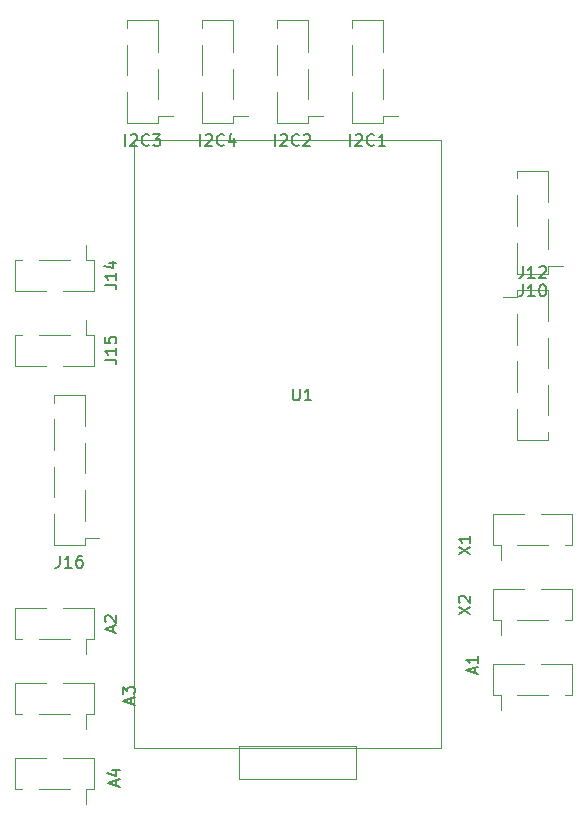
<source format=gbr>
%TF.GenerationSoftware,KiCad,Pcbnew,9.0.5*%
%TF.CreationDate,2025-12-13T17:10:17-05:00*%
%TF.ProjectId,esp32_breakout,65737033-325f-4627-9265-616b6f75742e,rev?*%
%TF.SameCoordinates,Original*%
%TF.FileFunction,Legend,Top*%
%TF.FilePolarity,Positive*%
%FSLAX46Y46*%
G04 Gerber Fmt 4.6, Leading zero omitted, Abs format (unit mm)*
G04 Created by KiCad (PCBNEW 9.0.5) date 2025-12-13 17:10:17*
%MOMM*%
%LPD*%
G01*
G04 APERTURE LIST*
%ADD10C,0.150000*%
%ADD11C,0.120000*%
%ADD12C,0.050000*%
%ADD13C,0.100000*%
G04 APERTURE END LIST*
D10*
X9694104Y-65484285D02*
X9694104Y-65008095D01*
X9979819Y-65579523D02*
X8979819Y-65246190D01*
X8979819Y-65246190D02*
X9979819Y-64912857D01*
X9313152Y-64150952D02*
X9979819Y-64150952D01*
X8932200Y-64389047D02*
X9646485Y-64627142D01*
X9646485Y-64627142D02*
X9646485Y-64008095D01*
X10964104Y-58499285D02*
X10964104Y-58023095D01*
X11249819Y-58594523D02*
X10249819Y-58261190D01*
X10249819Y-58261190D02*
X11249819Y-57927857D01*
X10249819Y-57689761D02*
X10249819Y-57070714D01*
X10249819Y-57070714D02*
X10630771Y-57404047D01*
X10630771Y-57404047D02*
X10630771Y-57261190D01*
X10630771Y-57261190D02*
X10678390Y-57165952D01*
X10678390Y-57165952D02*
X10726009Y-57118333D01*
X10726009Y-57118333D02*
X10821247Y-57070714D01*
X10821247Y-57070714D02*
X11059342Y-57070714D01*
X11059342Y-57070714D02*
X11154580Y-57118333D01*
X11154580Y-57118333D02*
X11202200Y-57165952D01*
X11202200Y-57165952D02*
X11249819Y-57261190D01*
X11249819Y-57261190D02*
X11249819Y-57546904D01*
X11249819Y-57546904D02*
X11202200Y-57642142D01*
X11202200Y-57642142D02*
X11154580Y-57689761D01*
X9414104Y-52454285D02*
X9414104Y-51978095D01*
X9699819Y-52549523D02*
X8699819Y-52216190D01*
X8699819Y-52216190D02*
X9699819Y-51882857D01*
X8795057Y-51597142D02*
X8747438Y-51549523D01*
X8747438Y-51549523D02*
X8699819Y-51454285D01*
X8699819Y-51454285D02*
X8699819Y-51216190D01*
X8699819Y-51216190D02*
X8747438Y-51120952D01*
X8747438Y-51120952D02*
X8795057Y-51073333D01*
X8795057Y-51073333D02*
X8890295Y-51025714D01*
X8890295Y-51025714D02*
X8985533Y-51025714D01*
X8985533Y-51025714D02*
X9128390Y-51073333D01*
X9128390Y-51073333D02*
X9699819Y-51644761D01*
X9699819Y-51644761D02*
X9699819Y-51025714D01*
X24637801Y-31839612D02*
X24637801Y-32649448D01*
X24637801Y-32649448D02*
X24685438Y-32744723D01*
X24685438Y-32744723D02*
X24733076Y-32792361D01*
X24733076Y-32792361D02*
X24828350Y-32839998D01*
X24828350Y-32839998D02*
X25018900Y-32839998D01*
X25018900Y-32839998D02*
X25114175Y-32792361D01*
X25114175Y-32792361D02*
X25161812Y-32744723D01*
X25161812Y-32744723D02*
X25209450Y-32649448D01*
X25209450Y-32649448D02*
X25209450Y-31839612D01*
X26209835Y-32839998D02*
X25638186Y-32839998D01*
X25924011Y-32839998D02*
X25924011Y-31839612D01*
X25924011Y-31839612D02*
X25828736Y-31982524D01*
X25828736Y-31982524D02*
X25733461Y-32077799D01*
X25733461Y-32077799D02*
X25638186Y-32125437D01*
X4905476Y-45989819D02*
X4905476Y-46704104D01*
X4905476Y-46704104D02*
X4857857Y-46846961D01*
X4857857Y-46846961D02*
X4762619Y-46942200D01*
X4762619Y-46942200D02*
X4619762Y-46989819D01*
X4619762Y-46989819D02*
X4524524Y-46989819D01*
X5905476Y-46989819D02*
X5334048Y-46989819D01*
X5619762Y-46989819D02*
X5619762Y-45989819D01*
X5619762Y-45989819D02*
X5524524Y-46132676D01*
X5524524Y-46132676D02*
X5429286Y-46227914D01*
X5429286Y-46227914D02*
X5334048Y-46275533D01*
X6762619Y-45989819D02*
X6572143Y-45989819D01*
X6572143Y-45989819D02*
X6476905Y-46037438D01*
X6476905Y-46037438D02*
X6429286Y-46085057D01*
X6429286Y-46085057D02*
X6334048Y-46227914D01*
X6334048Y-46227914D02*
X6286429Y-46418390D01*
X6286429Y-46418390D02*
X6286429Y-46799342D01*
X6286429Y-46799342D02*
X6334048Y-46894580D01*
X6334048Y-46894580D02*
X6381667Y-46942200D01*
X6381667Y-46942200D02*
X6476905Y-46989819D01*
X6476905Y-46989819D02*
X6667381Y-46989819D01*
X6667381Y-46989819D02*
X6762619Y-46942200D01*
X6762619Y-46942200D02*
X6810238Y-46894580D01*
X6810238Y-46894580D02*
X6857857Y-46799342D01*
X6857857Y-46799342D02*
X6857857Y-46561247D01*
X6857857Y-46561247D02*
X6810238Y-46466009D01*
X6810238Y-46466009D02*
X6762619Y-46418390D01*
X6762619Y-46418390D02*
X6667381Y-46370771D01*
X6667381Y-46370771D02*
X6476905Y-46370771D01*
X6476905Y-46370771D02*
X6381667Y-46418390D01*
X6381667Y-46418390D02*
X6334048Y-46466009D01*
X6334048Y-46466009D02*
X6286429Y-46561247D01*
X8699819Y-29384523D02*
X9414104Y-29384523D01*
X9414104Y-29384523D02*
X9556961Y-29432142D01*
X9556961Y-29432142D02*
X9652200Y-29527380D01*
X9652200Y-29527380D02*
X9699819Y-29670237D01*
X9699819Y-29670237D02*
X9699819Y-29765475D01*
X9699819Y-28384523D02*
X9699819Y-28955951D01*
X9699819Y-28670237D02*
X8699819Y-28670237D01*
X8699819Y-28670237D02*
X8842676Y-28765475D01*
X8842676Y-28765475D02*
X8937914Y-28860713D01*
X8937914Y-28860713D02*
X8985533Y-28955951D01*
X8699819Y-27479761D02*
X8699819Y-27955951D01*
X8699819Y-27955951D02*
X9176009Y-28003570D01*
X9176009Y-28003570D02*
X9128390Y-27955951D01*
X9128390Y-27955951D02*
X9080771Y-27860713D01*
X9080771Y-27860713D02*
X9080771Y-27622618D01*
X9080771Y-27622618D02*
X9128390Y-27527380D01*
X9128390Y-27527380D02*
X9176009Y-27479761D01*
X9176009Y-27479761D02*
X9271247Y-27432142D01*
X9271247Y-27432142D02*
X9509342Y-27432142D01*
X9509342Y-27432142D02*
X9604580Y-27479761D01*
X9604580Y-27479761D02*
X9652200Y-27527380D01*
X9652200Y-27527380D02*
X9699819Y-27622618D01*
X9699819Y-27622618D02*
X9699819Y-27860713D01*
X9699819Y-27860713D02*
X9652200Y-27955951D01*
X9652200Y-27955951D02*
X9604580Y-28003570D01*
X8699819Y-23034523D02*
X9414104Y-23034523D01*
X9414104Y-23034523D02*
X9556961Y-23082142D01*
X9556961Y-23082142D02*
X9652200Y-23177380D01*
X9652200Y-23177380D02*
X9699819Y-23320237D01*
X9699819Y-23320237D02*
X9699819Y-23415475D01*
X9699819Y-22034523D02*
X9699819Y-22605951D01*
X9699819Y-22320237D02*
X8699819Y-22320237D01*
X8699819Y-22320237D02*
X8842676Y-22415475D01*
X8842676Y-22415475D02*
X8937914Y-22510713D01*
X8937914Y-22510713D02*
X8985533Y-22605951D01*
X9033152Y-21177380D02*
X9699819Y-21177380D01*
X8652200Y-21415475D02*
X9366485Y-21653570D01*
X9366485Y-21653570D02*
X9366485Y-21034523D01*
X44124996Y-21478436D02*
X44124996Y-22192721D01*
X44124996Y-22192721D02*
X44077377Y-22335578D01*
X44077377Y-22335578D02*
X43982139Y-22430817D01*
X43982139Y-22430817D02*
X43839282Y-22478436D01*
X43839282Y-22478436D02*
X43744044Y-22478436D01*
X45124996Y-22478436D02*
X44553568Y-22478436D01*
X44839282Y-22478436D02*
X44839282Y-21478436D01*
X44839282Y-21478436D02*
X44744044Y-21621293D01*
X44744044Y-21621293D02*
X44648806Y-21716531D01*
X44648806Y-21716531D02*
X44553568Y-21764150D01*
X45505949Y-21573674D02*
X45553568Y-21526055D01*
X45553568Y-21526055D02*
X45648806Y-21478436D01*
X45648806Y-21478436D02*
X45886901Y-21478436D01*
X45886901Y-21478436D02*
X45982139Y-21526055D01*
X45982139Y-21526055D02*
X46029758Y-21573674D01*
X46029758Y-21573674D02*
X46077377Y-21668912D01*
X46077377Y-21668912D02*
X46077377Y-21764150D01*
X46077377Y-21764150D02*
X46029758Y-21907007D01*
X46029758Y-21907007D02*
X45458330Y-22478436D01*
X45458330Y-22478436D02*
X46077377Y-22478436D01*
X44124996Y-23013436D02*
X44124996Y-23727721D01*
X44124996Y-23727721D02*
X44077377Y-23870578D01*
X44077377Y-23870578D02*
X43982139Y-23965817D01*
X43982139Y-23965817D02*
X43839282Y-24013436D01*
X43839282Y-24013436D02*
X43744044Y-24013436D01*
X45124996Y-24013436D02*
X44553568Y-24013436D01*
X44839282Y-24013436D02*
X44839282Y-23013436D01*
X44839282Y-23013436D02*
X44744044Y-23156293D01*
X44744044Y-23156293D02*
X44648806Y-23251531D01*
X44648806Y-23251531D02*
X44553568Y-23299150D01*
X45744044Y-23013436D02*
X45839282Y-23013436D01*
X45839282Y-23013436D02*
X45934520Y-23061055D01*
X45934520Y-23061055D02*
X45982139Y-23108674D01*
X45982139Y-23108674D02*
X46029758Y-23203912D01*
X46029758Y-23203912D02*
X46077377Y-23394388D01*
X46077377Y-23394388D02*
X46077377Y-23632483D01*
X46077377Y-23632483D02*
X46029758Y-23822959D01*
X46029758Y-23822959D02*
X45982139Y-23918197D01*
X45982139Y-23918197D02*
X45934520Y-23965817D01*
X45934520Y-23965817D02*
X45839282Y-24013436D01*
X45839282Y-24013436D02*
X45744044Y-24013436D01*
X45744044Y-24013436D02*
X45648806Y-23965817D01*
X45648806Y-23965817D02*
X45601187Y-23918197D01*
X45601187Y-23918197D02*
X45553568Y-23822959D01*
X45553568Y-23822959D02*
X45505949Y-23632483D01*
X45505949Y-23632483D02*
X45505949Y-23394388D01*
X45505949Y-23394388D02*
X45553568Y-23203912D01*
X45553568Y-23203912D02*
X45601187Y-23108674D01*
X45601187Y-23108674D02*
X45648806Y-23061055D01*
X45648806Y-23061055D02*
X45744044Y-23013436D01*
X10462619Y-11284819D02*
X10462619Y-10284819D01*
X10891190Y-10380057D02*
X10938809Y-10332438D01*
X10938809Y-10332438D02*
X11034047Y-10284819D01*
X11034047Y-10284819D02*
X11272142Y-10284819D01*
X11272142Y-10284819D02*
X11367380Y-10332438D01*
X11367380Y-10332438D02*
X11414999Y-10380057D01*
X11414999Y-10380057D02*
X11462618Y-10475295D01*
X11462618Y-10475295D02*
X11462618Y-10570533D01*
X11462618Y-10570533D02*
X11414999Y-10713390D01*
X11414999Y-10713390D02*
X10843571Y-11284819D01*
X10843571Y-11284819D02*
X11462618Y-11284819D01*
X12462618Y-11189580D02*
X12414999Y-11237200D01*
X12414999Y-11237200D02*
X12272142Y-11284819D01*
X12272142Y-11284819D02*
X12176904Y-11284819D01*
X12176904Y-11284819D02*
X12034047Y-11237200D01*
X12034047Y-11237200D02*
X11938809Y-11141961D01*
X11938809Y-11141961D02*
X11891190Y-11046723D01*
X11891190Y-11046723D02*
X11843571Y-10856247D01*
X11843571Y-10856247D02*
X11843571Y-10713390D01*
X11843571Y-10713390D02*
X11891190Y-10522914D01*
X11891190Y-10522914D02*
X11938809Y-10427676D01*
X11938809Y-10427676D02*
X12034047Y-10332438D01*
X12034047Y-10332438D02*
X12176904Y-10284819D01*
X12176904Y-10284819D02*
X12272142Y-10284819D01*
X12272142Y-10284819D02*
X12414999Y-10332438D01*
X12414999Y-10332438D02*
X12462618Y-10380057D01*
X12795952Y-10284819D02*
X13414999Y-10284819D01*
X13414999Y-10284819D02*
X13081666Y-10665771D01*
X13081666Y-10665771D02*
X13224523Y-10665771D01*
X13224523Y-10665771D02*
X13319761Y-10713390D01*
X13319761Y-10713390D02*
X13367380Y-10761009D01*
X13367380Y-10761009D02*
X13414999Y-10856247D01*
X13414999Y-10856247D02*
X13414999Y-11094342D01*
X13414999Y-11094342D02*
X13367380Y-11189580D01*
X13367380Y-11189580D02*
X13319761Y-11237200D01*
X13319761Y-11237200D02*
X13224523Y-11284819D01*
X13224523Y-11284819D02*
X12938809Y-11284819D01*
X12938809Y-11284819D02*
X12843571Y-11237200D01*
X12843571Y-11237200D02*
X12795952Y-11189580D01*
X16812619Y-11284819D02*
X16812619Y-10284819D01*
X17241190Y-10380057D02*
X17288809Y-10332438D01*
X17288809Y-10332438D02*
X17384047Y-10284819D01*
X17384047Y-10284819D02*
X17622142Y-10284819D01*
X17622142Y-10284819D02*
X17717380Y-10332438D01*
X17717380Y-10332438D02*
X17764999Y-10380057D01*
X17764999Y-10380057D02*
X17812618Y-10475295D01*
X17812618Y-10475295D02*
X17812618Y-10570533D01*
X17812618Y-10570533D02*
X17764999Y-10713390D01*
X17764999Y-10713390D02*
X17193571Y-11284819D01*
X17193571Y-11284819D02*
X17812618Y-11284819D01*
X18812618Y-11189580D02*
X18764999Y-11237200D01*
X18764999Y-11237200D02*
X18622142Y-11284819D01*
X18622142Y-11284819D02*
X18526904Y-11284819D01*
X18526904Y-11284819D02*
X18384047Y-11237200D01*
X18384047Y-11237200D02*
X18288809Y-11141961D01*
X18288809Y-11141961D02*
X18241190Y-11046723D01*
X18241190Y-11046723D02*
X18193571Y-10856247D01*
X18193571Y-10856247D02*
X18193571Y-10713390D01*
X18193571Y-10713390D02*
X18241190Y-10522914D01*
X18241190Y-10522914D02*
X18288809Y-10427676D01*
X18288809Y-10427676D02*
X18384047Y-10332438D01*
X18384047Y-10332438D02*
X18526904Y-10284819D01*
X18526904Y-10284819D02*
X18622142Y-10284819D01*
X18622142Y-10284819D02*
X18764999Y-10332438D01*
X18764999Y-10332438D02*
X18812618Y-10380057D01*
X19669761Y-10618152D02*
X19669761Y-11284819D01*
X19431666Y-10237200D02*
X19193571Y-10951485D01*
X19193571Y-10951485D02*
X19812618Y-10951485D01*
X23162619Y-11284819D02*
X23162619Y-10284819D01*
X23591190Y-10380057D02*
X23638809Y-10332438D01*
X23638809Y-10332438D02*
X23734047Y-10284819D01*
X23734047Y-10284819D02*
X23972142Y-10284819D01*
X23972142Y-10284819D02*
X24067380Y-10332438D01*
X24067380Y-10332438D02*
X24114999Y-10380057D01*
X24114999Y-10380057D02*
X24162618Y-10475295D01*
X24162618Y-10475295D02*
X24162618Y-10570533D01*
X24162618Y-10570533D02*
X24114999Y-10713390D01*
X24114999Y-10713390D02*
X23543571Y-11284819D01*
X23543571Y-11284819D02*
X24162618Y-11284819D01*
X25162618Y-11189580D02*
X25114999Y-11237200D01*
X25114999Y-11237200D02*
X24972142Y-11284819D01*
X24972142Y-11284819D02*
X24876904Y-11284819D01*
X24876904Y-11284819D02*
X24734047Y-11237200D01*
X24734047Y-11237200D02*
X24638809Y-11141961D01*
X24638809Y-11141961D02*
X24591190Y-11046723D01*
X24591190Y-11046723D02*
X24543571Y-10856247D01*
X24543571Y-10856247D02*
X24543571Y-10713390D01*
X24543571Y-10713390D02*
X24591190Y-10522914D01*
X24591190Y-10522914D02*
X24638809Y-10427676D01*
X24638809Y-10427676D02*
X24734047Y-10332438D01*
X24734047Y-10332438D02*
X24876904Y-10284819D01*
X24876904Y-10284819D02*
X24972142Y-10284819D01*
X24972142Y-10284819D02*
X25114999Y-10332438D01*
X25114999Y-10332438D02*
X25162618Y-10380057D01*
X25543571Y-10380057D02*
X25591190Y-10332438D01*
X25591190Y-10332438D02*
X25686428Y-10284819D01*
X25686428Y-10284819D02*
X25924523Y-10284819D01*
X25924523Y-10284819D02*
X26019761Y-10332438D01*
X26019761Y-10332438D02*
X26067380Y-10380057D01*
X26067380Y-10380057D02*
X26114999Y-10475295D01*
X26114999Y-10475295D02*
X26114999Y-10570533D01*
X26114999Y-10570533D02*
X26067380Y-10713390D01*
X26067380Y-10713390D02*
X25495952Y-11284819D01*
X25495952Y-11284819D02*
X26114999Y-11284819D01*
X29512619Y-11284819D02*
X29512619Y-10284819D01*
X29941190Y-10380057D02*
X29988809Y-10332438D01*
X29988809Y-10332438D02*
X30084047Y-10284819D01*
X30084047Y-10284819D02*
X30322142Y-10284819D01*
X30322142Y-10284819D02*
X30417380Y-10332438D01*
X30417380Y-10332438D02*
X30464999Y-10380057D01*
X30464999Y-10380057D02*
X30512618Y-10475295D01*
X30512618Y-10475295D02*
X30512618Y-10570533D01*
X30512618Y-10570533D02*
X30464999Y-10713390D01*
X30464999Y-10713390D02*
X29893571Y-11284819D01*
X29893571Y-11284819D02*
X30512618Y-11284819D01*
X31512618Y-11189580D02*
X31464999Y-11237200D01*
X31464999Y-11237200D02*
X31322142Y-11284819D01*
X31322142Y-11284819D02*
X31226904Y-11284819D01*
X31226904Y-11284819D02*
X31084047Y-11237200D01*
X31084047Y-11237200D02*
X30988809Y-11141961D01*
X30988809Y-11141961D02*
X30941190Y-11046723D01*
X30941190Y-11046723D02*
X30893571Y-10856247D01*
X30893571Y-10856247D02*
X30893571Y-10713390D01*
X30893571Y-10713390D02*
X30941190Y-10522914D01*
X30941190Y-10522914D02*
X30988809Y-10427676D01*
X30988809Y-10427676D02*
X31084047Y-10332438D01*
X31084047Y-10332438D02*
X31226904Y-10284819D01*
X31226904Y-10284819D02*
X31322142Y-10284819D01*
X31322142Y-10284819D02*
X31464999Y-10332438D01*
X31464999Y-10332438D02*
X31512618Y-10380057D01*
X32464999Y-11284819D02*
X31893571Y-11284819D01*
X32179285Y-11284819D02*
X32179285Y-10284819D01*
X32179285Y-10284819D02*
X32084047Y-10427676D01*
X32084047Y-10427676D02*
X31988809Y-10522914D01*
X31988809Y-10522914D02*
X31893571Y-10570533D01*
X40023624Y-55937902D02*
X40023624Y-55461712D01*
X40309339Y-56033140D02*
X39309339Y-55699807D01*
X39309339Y-55699807D02*
X40309339Y-55366474D01*
X40309339Y-54509331D02*
X40309339Y-55080759D01*
X40309339Y-54795045D02*
X39309339Y-54795045D01*
X39309339Y-54795045D02*
X39452196Y-54890283D01*
X39452196Y-54890283D02*
X39547434Y-54985521D01*
X39547434Y-54985521D02*
X39595053Y-55080759D01*
X38674339Y-50953140D02*
X39674339Y-50286474D01*
X38674339Y-50286474D02*
X39674339Y-50953140D01*
X38769577Y-49953140D02*
X38721958Y-49905521D01*
X38721958Y-49905521D02*
X38674339Y-49810283D01*
X38674339Y-49810283D02*
X38674339Y-49572188D01*
X38674339Y-49572188D02*
X38721958Y-49476950D01*
X38721958Y-49476950D02*
X38769577Y-49429331D01*
X38769577Y-49429331D02*
X38864815Y-49381712D01*
X38864815Y-49381712D02*
X38960053Y-49381712D01*
X38960053Y-49381712D02*
X39102910Y-49429331D01*
X39102910Y-49429331D02*
X39674339Y-50000759D01*
X39674339Y-50000759D02*
X39674339Y-49381712D01*
X38674339Y-45873140D02*
X39674339Y-45206474D01*
X38674339Y-45206474D02*
X39674339Y-45873140D01*
X39674339Y-44301712D02*
X39674339Y-44873140D01*
X39674339Y-44587426D02*
X38674339Y-44587426D01*
X38674339Y-44587426D02*
X38817196Y-44682664D01*
X38817196Y-44682664D02*
X38912434Y-44777902D01*
X38912434Y-44777902D02*
X38960053Y-44873140D01*
D11*
%TO.C,A4*%
X7805000Y-63130000D02*
X5155000Y-63130000D01*
X7805000Y-63130000D02*
X7805000Y-65750000D01*
X3735000Y-63130000D02*
X1085000Y-63130000D01*
X1085000Y-63130000D02*
X1085000Y-65750000D01*
X7805000Y-65750000D02*
X7155000Y-65750000D01*
X7155000Y-65750000D02*
X7155000Y-66980000D01*
X5735000Y-65750000D02*
X3155000Y-65750000D01*
X1735000Y-65750000D02*
X1085000Y-65750000D01*
%TO.C,A3*%
X7805000Y-56780000D02*
X5155000Y-56780000D01*
X7805000Y-56780000D02*
X7805000Y-59400000D01*
X3735000Y-56780000D02*
X1085000Y-56780000D01*
X1085000Y-56780000D02*
X1085000Y-59400000D01*
X7805000Y-59400000D02*
X7155000Y-59400000D01*
X7155000Y-59400000D02*
X7155000Y-60630000D01*
X5735000Y-59400000D02*
X3155000Y-59400000D01*
X1735000Y-59400000D02*
X1085000Y-59400000D01*
%TO.C,A2*%
X7805000Y-50430000D02*
X5155000Y-50430000D01*
X7805000Y-50430000D02*
X7805000Y-53050000D01*
X3735000Y-50430000D02*
X1085000Y-50430000D01*
X1085000Y-50430000D02*
X1085000Y-53050000D01*
X7805000Y-53050000D02*
X7155000Y-53050000D01*
X7155000Y-53050000D02*
X7155000Y-54280000D01*
X5735000Y-53050000D02*
X3155000Y-53050000D01*
X1735000Y-53050000D02*
X1085000Y-53050000D01*
%TO.C,U1*%
D12*
X11176000Y-10795000D02*
X37211000Y-10795000D01*
X37211000Y-62230000D01*
X11176000Y-62230000D01*
X11176000Y-10795000D01*
D13*
X20066000Y-62103000D02*
X29972000Y-62103000D01*
X29972000Y-64897000D01*
X20066000Y-64897000D01*
X20066000Y-62103000D01*
D11*
%TO.C,J16*%
X8255000Y-44445000D02*
X7025000Y-44445000D01*
X7025000Y-45095000D02*
X7025000Y-44445000D01*
X7025000Y-45095000D02*
X4405000Y-45095000D01*
X7025000Y-43025000D02*
X7025000Y-40445000D01*
X7025000Y-39025000D02*
X7025000Y-36445000D01*
X7025000Y-35025000D02*
X7025000Y-32375000D01*
X7025000Y-32375000D02*
X4405000Y-32375000D01*
X4405000Y-45095000D02*
X4405000Y-42445000D01*
X4405000Y-41025000D02*
X4405000Y-38445000D01*
X4405000Y-37025000D02*
X4405000Y-34445000D01*
X4405000Y-33025000D02*
X4405000Y-32375000D01*
%TO.C,J15*%
X7155000Y-26035000D02*
X7155000Y-27265000D01*
X7805000Y-27265000D02*
X7155000Y-27265000D01*
X7805000Y-27265000D02*
X7805000Y-29885000D01*
X5735000Y-27265000D02*
X3155000Y-27265000D01*
X1735000Y-27265000D02*
X1085000Y-27265000D01*
X1085000Y-27265000D02*
X1085000Y-29885000D01*
X7805000Y-29885000D02*
X5155000Y-29885000D01*
X3735000Y-29885000D02*
X1085000Y-29885000D01*
%TO.C,J14*%
X7155000Y-19685000D02*
X7155000Y-20915000D01*
X7805000Y-20915000D02*
X7155000Y-20915000D01*
X7805000Y-20915000D02*
X7805000Y-23535000D01*
X5735000Y-20915000D02*
X3155000Y-20915000D01*
X1735000Y-20915000D02*
X1085000Y-20915000D01*
X1085000Y-20915000D02*
X1085000Y-23535000D01*
X7805000Y-23535000D02*
X5155000Y-23535000D01*
X3735000Y-23535000D02*
X1085000Y-23535000D01*
%TO.C,J12*%
X42394520Y-24113617D02*
X43624520Y-24113617D01*
X43624520Y-23463617D02*
X43624520Y-24113617D01*
X43624520Y-23463617D02*
X46244520Y-23463617D01*
X43624520Y-25533617D02*
X43624520Y-28113617D01*
X43624520Y-29533617D02*
X43624520Y-32113617D01*
X43624520Y-33533617D02*
X43624520Y-36183617D01*
X43624520Y-36183617D02*
X46244520Y-36183617D01*
X46244520Y-23463617D02*
X46244520Y-26113617D01*
X46244520Y-27533617D02*
X46244520Y-30113617D01*
X46244520Y-31533617D02*
X46244520Y-34113617D01*
X46244520Y-35533617D02*
X46244520Y-36183617D01*
%TO.C,J10*%
X47474520Y-21468617D02*
X46244520Y-21468617D01*
X46244520Y-22118617D02*
X46244520Y-21468617D01*
X46244520Y-22118617D02*
X43624520Y-22118617D01*
X46244520Y-20048617D02*
X46244520Y-17468617D01*
X46244520Y-16048617D02*
X46244520Y-13398617D01*
X46244520Y-13398617D02*
X43624520Y-13398617D01*
X43624520Y-22118617D02*
X43624520Y-19468617D01*
X43624520Y-18048617D02*
X43624520Y-15468617D01*
X43624520Y-14048617D02*
X43624520Y-13398617D01*
%TO.C,I2C3*%
X10605000Y-1320000D02*
X10605000Y-670000D01*
X10605000Y-5320000D02*
X10605000Y-2740000D01*
X10605000Y-9390000D02*
X10605000Y-6740000D01*
X13225000Y-670000D02*
X10605000Y-670000D01*
X13225000Y-3320000D02*
X13225000Y-670000D01*
X13225000Y-7320000D02*
X13225000Y-4740000D01*
X13225000Y-9390000D02*
X10605000Y-9390000D01*
X13225000Y-9390000D02*
X13225000Y-8740000D01*
X14455000Y-8740000D02*
X13225000Y-8740000D01*
%TO.C,I2C4*%
X16955000Y-1320000D02*
X16955000Y-670000D01*
X16955000Y-5320000D02*
X16955000Y-2740000D01*
X16955000Y-9390000D02*
X16955000Y-6740000D01*
X19575000Y-670000D02*
X16955000Y-670000D01*
X19575000Y-3320000D02*
X19575000Y-670000D01*
X19575000Y-7320000D02*
X19575000Y-4740000D01*
X19575000Y-9390000D02*
X16955000Y-9390000D01*
X19575000Y-9390000D02*
X19575000Y-8740000D01*
X20805000Y-8740000D02*
X19575000Y-8740000D01*
%TO.C,I2C2*%
X23305000Y-1320000D02*
X23305000Y-670000D01*
X23305000Y-5320000D02*
X23305000Y-2740000D01*
X23305000Y-9390000D02*
X23305000Y-6740000D01*
X25925000Y-670000D02*
X23305000Y-670000D01*
X25925000Y-3320000D02*
X25925000Y-670000D01*
X25925000Y-7320000D02*
X25925000Y-4740000D01*
X25925000Y-9390000D02*
X23305000Y-9390000D01*
X25925000Y-9390000D02*
X25925000Y-8740000D01*
X27155000Y-8740000D02*
X25925000Y-8740000D01*
%TO.C,I2C1*%
X29655000Y-1320000D02*
X29655000Y-670000D01*
X29655000Y-5320000D02*
X29655000Y-2740000D01*
X29655000Y-9390000D02*
X29655000Y-6740000D01*
X32275000Y-670000D02*
X29655000Y-670000D01*
X32275000Y-3320000D02*
X32275000Y-670000D01*
X32275000Y-7320000D02*
X32275000Y-4740000D01*
X32275000Y-9390000D02*
X29655000Y-9390000D01*
X32275000Y-9390000D02*
X32275000Y-8740000D01*
X33505000Y-8740000D02*
X32275000Y-8740000D01*
%TO.C,A1*%
X42224520Y-59033617D02*
X42224520Y-57803617D01*
X41574520Y-57803617D02*
X42224520Y-57803617D01*
X41574520Y-57803617D02*
X41574520Y-55183617D01*
X43644520Y-57803617D02*
X46224520Y-57803617D01*
X47644520Y-57803617D02*
X48294520Y-57803617D01*
X48294520Y-57803617D02*
X48294520Y-55183617D01*
X41574520Y-55183617D02*
X44224520Y-55183617D01*
X45644520Y-55183617D02*
X48294520Y-55183617D01*
%TO.C,X2*%
X42224520Y-52683617D02*
X42224520Y-51453617D01*
X41574520Y-51453617D02*
X42224520Y-51453617D01*
X41574520Y-51453617D02*
X41574520Y-48833617D01*
X43644520Y-51453617D02*
X46224520Y-51453617D01*
X47644520Y-51453617D02*
X48294520Y-51453617D01*
X48294520Y-51453617D02*
X48294520Y-48833617D01*
X41574520Y-48833617D02*
X44224520Y-48833617D01*
X45644520Y-48833617D02*
X48294520Y-48833617D01*
%TO.C,X1*%
X42224520Y-46333617D02*
X42224520Y-45103617D01*
X41574520Y-45103617D02*
X42224520Y-45103617D01*
X41574520Y-45103617D02*
X41574520Y-42483617D01*
X43644520Y-45103617D02*
X46224520Y-45103617D01*
X47644520Y-45103617D02*
X48294520Y-45103617D01*
X48294520Y-45103617D02*
X48294520Y-42483617D01*
X41574520Y-42483617D02*
X44224520Y-42483617D01*
X45644520Y-42483617D02*
X48294520Y-42483617D01*
%TD*%
M02*

</source>
